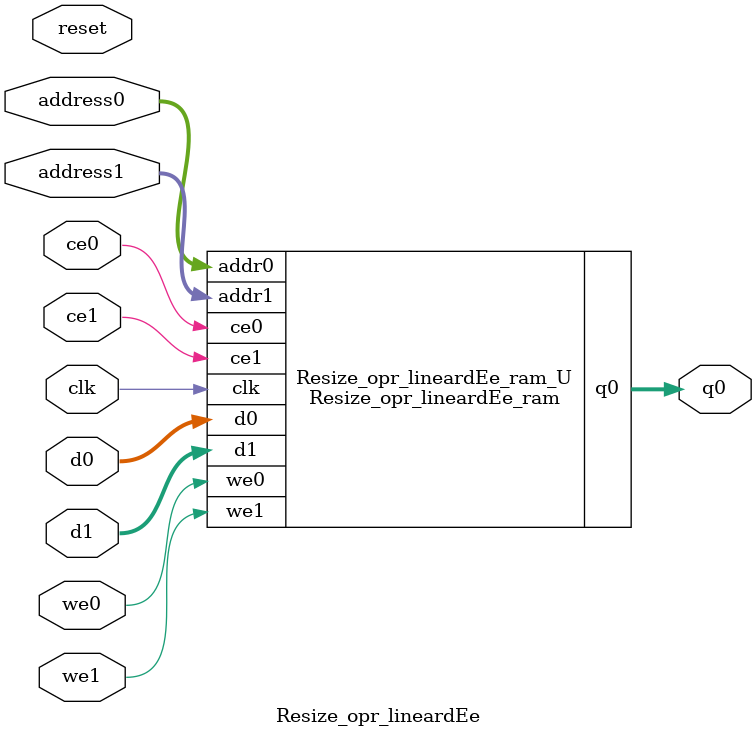
<source format=v>
`timescale 1 ns / 1 ps
module Resize_opr_lineardEe_ram (addr0, ce0, d0, we0, q0, addr1, ce1, d1, we1,  clk);

parameter DWIDTH = 8;
parameter AWIDTH = 10;
parameter MEM_SIZE = 641;

input[AWIDTH-1:0] addr0;
input ce0;
input[DWIDTH-1:0] d0;
input we0;
output reg[DWIDTH-1:0] q0;
input[AWIDTH-1:0] addr1;
input ce1;
input[DWIDTH-1:0] d1;
input we1;
input clk;

(* ram_style = "block" *)reg [DWIDTH-1:0] ram[0:MEM_SIZE-1];




always @(posedge clk)  
begin 
    if (ce0) begin
        if (we0) 
            ram[addr0] <= d0; 
        q0 <= ram[addr0];
    end
end


always @(posedge clk)  
begin 
    if (ce1) begin
        if (we1) 
            ram[addr1] <= d1; 
    end
end


endmodule

`timescale 1 ns / 1 ps
module Resize_opr_lineardEe(
    reset,
    clk,
    address0,
    ce0,
    we0,
    d0,
    q0,
    address1,
    ce1,
    we1,
    d1);

parameter DataWidth = 32'd8;
parameter AddressRange = 32'd641;
parameter AddressWidth = 32'd10;
input reset;
input clk;
input[AddressWidth - 1:0] address0;
input ce0;
input we0;
input[DataWidth - 1:0] d0;
output[DataWidth - 1:0] q0;
input[AddressWidth - 1:0] address1;
input ce1;
input we1;
input[DataWidth - 1:0] d1;



Resize_opr_lineardEe_ram Resize_opr_lineardEe_ram_U(
    .clk( clk ),
    .addr0( address0 ),
    .ce0( ce0 ),
    .we0( we0 ),
    .d0( d0 ),
    .q0( q0 ),
    .addr1( address1 ),
    .ce1( ce1 ),
    .we1( we1 ),
    .d1( d1 ));

endmodule


</source>
